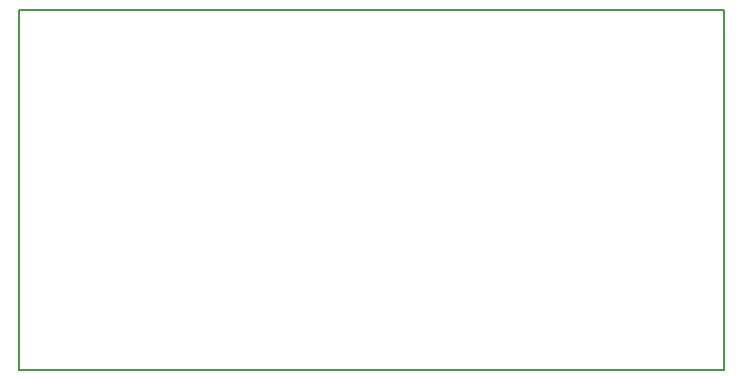
<source format=gbr>
G04 #@! TF.FileFunction,Profile,NP*
%FSLAX46Y46*%
G04 Gerber Fmt 4.6, Leading zero omitted, Abs format (unit mm)*
G04 Created by KiCad (PCBNEW 4.0.6) date 06/06/17 10:00:33*
%MOMM*%
%LPD*%
G01*
G04 APERTURE LIST*
%ADD10C,0.100000*%
%ADD11C,0.150000*%
G04 APERTURE END LIST*
D10*
D11*
X111170000Y-78450000D02*
X170860000Y-78450000D01*
X111170000Y-108930000D02*
X111170000Y-78450000D01*
X170860000Y-108930000D02*
X111170000Y-108930000D01*
X170860000Y-78450000D02*
X170860000Y-108930000D01*
M02*

</source>
